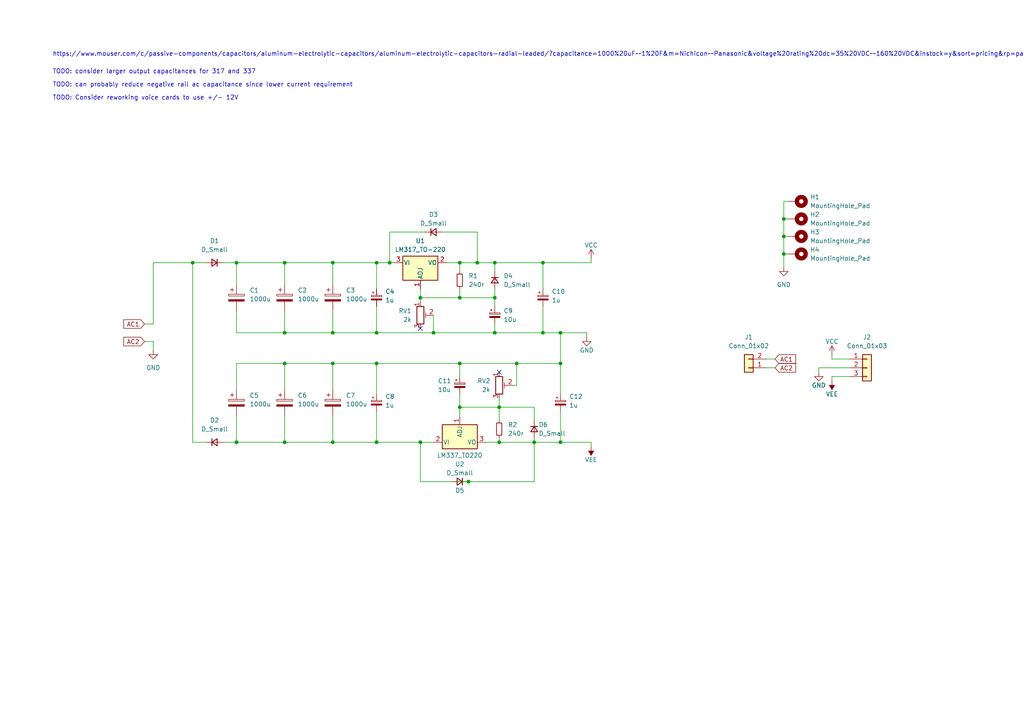
<source format=kicad_sch>
(kicad_sch (version 20211123) (generator eeschema)
  (paper "A4")
  (lib_symbols
    (symbol "Connector_Generic:Conn_01x02" (pin_names (offset 1.016) hide)
      (property "Reference" "J" (at 0 2.54 0))
      (property "Value" "Conn_01x02" (at 0 -5.08 0))
      (symbol "Conn_01x02_1_1"
        (rectangle (start -1.27 -2.413) (end 0 -2.667) (stroke (width 0.1524)))
        (rectangle (start -1.27 0.127) (end 0 -0.127) (stroke (width 0.1524)))
        (rectangle (start -1.27 1.27) (end 1.27 -3.81) (stroke (width 0.254)) (fill (type background)))
        (pin passive line (at -5.08 0 0) (length 3.81) (name "Pin_1") (number "1"))
        (pin passive line (at -5.08 -2.54 0) (length 3.81) (name "Pin_2") (number "2"))
      )
    )
    (symbol "Connector_Generic:Conn_01x03" (pin_names (offset 1.016) hide)
      (property "Reference" "J" (at 0 5.08 0))
      (property "Value" "Conn_01x03" (at 0 -5.08 0))
      (symbol "Conn_01x03_1_1"
        (rectangle (start -1.27 -2.413) (end 0 -2.667) (stroke (width 0.1524)))
        (rectangle (start -1.27 0.127) (end 0 -0.127) (stroke (width 0.1524)))
        (rectangle (start -1.27 2.667) (end 0 2.413) (stroke (width 0.1524)))
        (rectangle (start -1.27 3.81) (end 1.27 -3.81) (stroke (width 0.254)) (fill (type background)))
        (pin passive line (at -5.08 2.54 0) (length 3.81) (name "Pin_1") (number "1"))
        (pin passive line (at -5.08 0 0) (length 3.81) (name "Pin_2") (number "2"))
        (pin passive line (at -5.08 -2.54 0) (length 3.81) (name "Pin_3") (number "3"))
      )
    )
    (symbol "Device:C_Polarized" (pin_numbers hide) (pin_names (offset 0.254))
      (property "Reference" "C" (at 0.635 2.54 0))
      (property "Value" "C_Polarized" (at 0.635 -2.54 0))
      (symbol "C_Polarized_0_1"
        (rectangle (start -2.286 0.508) (end 2.286 1.016))
        (polyline (pts (xy -1.778 2.286) (xy -0.762 2.286)))
        (polyline (pts (xy -1.27 2.794) (xy -1.27 1.778)))
        (rectangle (start 2.286 -0.508) (end -2.286 -1.016) (fill (type outline)))
      )
      (symbol "C_Polarized_1_1"
        (pin passive line (at 0 3.81 270) (length 2.794) (name "~") (number "1"))
        (pin passive line (at 0 -3.81 90) (length 2.794) (name "~") (number "2"))
      )
    )
    (symbol "Device:C_Polarized_Small" (pin_numbers hide) (pin_names (offset 0.254) hide)
      (property "Reference" "C" (at 0.254 1.778 0))
      (property "Value" "C_Polarized_Small" (at 0.254 -2.032 0))
      (symbol "C_Polarized_Small_0_1"
        (rectangle (start -1.524 -0.3048) (end 1.524 -0.6858) (fill (type outline)))
        (rectangle (start -1.524 0.6858) (end 1.524 0.3048))
        (polyline (pts (xy -1.27 1.524) (xy -0.762 1.524)))
        (polyline (pts (xy -1.016 1.27) (xy -1.016 1.778)))
      )
      (symbol "C_Polarized_Small_1_1"
        (pin passive line (at 0 2.54 270) (length 1.8542) (name "~") (number "1"))
        (pin passive line (at 0 -2.54 90) (length 1.8542) (name "~") (number "2"))
      )
    )
    (symbol "Device:D_Small" (pin_numbers hide) (pin_names (offset 0.254) hide)
      (property "Reference" "D" (at -1.27 2.032 0))
      (property "Value" "D_Small" (at -3.81 -2.032 0))
      (symbol "D_Small_0_1"
        (polyline (pts (xy -0.762 -1.016) (xy -0.762 1.016)) (stroke (width 0.254)))
        (polyline (pts (xy -0.762 0) (xy 0.762 0)))
        (polyline (pts (xy 0.762 -1.016) (xy -0.762 0) (xy 0.762 1.016) (xy 0.762 -1.016)) (stroke (width 0.254)))
      )
      (symbol "D_Small_1_1"
        (pin passive line (at -2.54 0 0) (length 1.778) (name "K") (number "1"))
        (pin passive line (at 2.54 0 180) (length 1.778) (name "A") (number "2"))
      )
    )
    (symbol "Device:R_Potentiometer_Trim" (pin_names (offset 1.016) hide)
      (property "Reference" "RV" (at -4.445 0 90))
      (property "Value" "R_Potentiometer_Trim" (at -2.54 0 90))
      (symbol "R_Potentiometer_Trim_0_1"
        (polyline (pts (xy 1.524 0.762) (xy 1.524 -0.762)))
        (polyline (pts (xy 2.54 0) (xy 1.524 0)))
        (rectangle (start 1.016 2.54) (end -1.016 -2.54) (stroke (width 0.254)))
      )
      (symbol "R_Potentiometer_Trim_1_1"
        (pin passive line (at 0 3.81 270) (length 1.27) (name "1") (number "1"))
        (pin passive line (at 3.81 0 180) (length 1.27) (name "2") (number "2"))
        (pin passive line (at 0 -3.81 90) (length 1.27) (name "3") (number "3"))
      )
    )
    (symbol "Device:R_Small" (pin_numbers hide) (pin_names (offset 0.254) hide)
      (property "Reference" "R" (at 0.762 0.508 0))
      (property "Value" "R_Small" (at 0.762 -1.016 0))
      (symbol "R_Small_0_1"
        (rectangle (start -0.762 1.778) (end 0.762 -1.778) (stroke (width 0.2032)))
      )
      (symbol "R_Small_1_1"
        (pin passive line (at 0 2.54 270) (length 0.762) (name "~") (number "1"))
        (pin passive line (at 0 -2.54 90) (length 0.762) (name "~") (number "2"))
      )
    )
    (symbol "GND_1" (power) (pin_names (offset 0))
      (property "Value" "GND_1" (at 0 -3.81 0))
      (symbol "GND_1_0_1"
        (polyline (pts (xy 0 0) (xy 0 -1.27) (xy 1.27 -1.27) (xy 0 -2.54) (xy -1.27 -1.27) (xy 0 -1.27)))
      )
      (symbol "GND_1_1_1"
        (pin power_in line (at 0 0 270) (length 0) hide (name "GND") (number "1"))
      )
    )
    (symbol "GND_2" (power) (pin_names (offset 0))
      (property "Value" "GND_2" (at 0 -3.81 0))
      (symbol "GND_2_0_1"
        (polyline (pts (xy 0 0) (xy 0 -1.27) (xy 1.27 -1.27) (xy 0 -2.54) (xy -1.27 -1.27) (xy 0 -1.27)))
      )
      (symbol "GND_2_1_1"
        (pin power_in line (at 0 0 270) (length 0) hide (name "GND") (number "1"))
      )
    )
    (symbol "Mechanical:MountingHole_Pad" (pin_numbers hide) (pin_names (offset 1.016) hide)
      (property "Reference" "H" (at 0 6.35 0))
      (property "Value" "MountingHole_Pad" (at 0 4.445 0))
      (symbol "MountingHole_Pad_0_1"
        (circle (center 0 1.27) (radius 1.27) (stroke (width 1.27)))
      )
      (symbol "MountingHole_Pad_1_1"
        (pin input line (at 0 -2.54 90) (length 2.54) (name "1") (number "1"))
      )
    )
    (symbol "Regulator_Linear:LM317_TO-220" (pin_names (offset 0.254))
      (property "Reference" "U" (at -3.81 3.175 0))
      (property "Value" "LM317_TO-220" (at 0 3.175 0))
      (symbol "LM317_TO-220_0_1"
        (rectangle (start -5.08 1.905) (end 5.08 -5.08) (stroke (width 0.254)) (fill (type background)))
      )
      (symbol "LM317_TO-220_1_1"
        (pin input line (at 0 -7.62 90) (length 2.54) (name "ADJ") (number "1"))
        (pin power_out line (at 7.62 0 180) (length 2.54) (name "VO") (number "2"))
        (pin power_in line (at -7.62 0 0) (length 2.54) (name "VI") (number "3"))
      )
    )
    (symbol "Regulator_Linear:LM337_TO220" (pin_names (offset 0.254))
      (property "Reference" "U" (at -3.81 -3.175 0))
      (property "Value" "LM337_TO220" (at 0 -3.175 0))
      (symbol "LM337_TO220_0_1"
        (rectangle (start -5.08 5.08) (end 5.08 -1.905) (stroke (width 0.254)) (fill (type background)))
      )
      (symbol "LM337_TO220_1_1"
        (pin input line (at 0 7.62 270) (length 2.54) (name "ADJ") (number "1"))
        (pin power_in line (at -7.62 0 0) (length 2.54) (name "VI") (number "2"))
        (pin power_out line (at 7.62 0 180) (length 2.54) (name "VO") (number "3"))
      )
    )
    (symbol "VCC_1" (power) (pin_names (offset 0))
      (property "Value" "VCC_1" (at 0 3.81 0))
      (symbol "VCC_1_0_1"
        (polyline (pts (xy -0.762 1.27) (xy 0 2.54)))
        (polyline (pts (xy 0 0) (xy 0 2.54)))
        (polyline (pts (xy 0 2.54) (xy 0.762 1.27)))
      )
      (symbol "VCC_1_1_1"
        (pin power_in line (at 0 0 90) (length 0) hide (name "VCC") (number "1"))
      )
    )
    (symbol "VEE_1" (power) (pin_names (offset 0))
      (property "Value" "VEE_1" (at 0 3.81 0))
      (symbol "VEE_1_0_1"
        (polyline (pts (xy 0 0) (xy 0 2.54)))
        (polyline (pts (xy 0.762 1.27) (xy -0.762 1.27) (xy 0 2.54) (xy 0.762 1.27)) (fill (type outline)))
      )
      (symbol "VEE_1_1_1"
        (pin power_in line (at 0 0 90) (length 0) hide (name "VEE") (number "1"))
      )
    )
    (symbol "power:GND" (power) (pin_names (offset 0))
      (property "Value" "GND" (at 0 -3.81 0))
      (symbol "GND_0_1"
        (polyline (pts (xy 0 0) (xy 0 -1.27) (xy 1.27 -1.27) (xy 0 -2.54) (xy -1.27 -1.27) (xy 0 -1.27)))
      )
      (symbol "GND_1_1"
        (pin power_in line (at 0 0 270) (length 0) hide (name "GND") (number "1"))
      )
    )
  )
  (junction (at 162.56 105.41))
  (junction (at 138.43 76.2))
  (junction (at 143.51 86.36))
  (junction (at 227.33 73.66))
  (junction (at 133.35 76.2))
  (junction (at 157.48 96.52))
  (junction (at 144.78 128.27))
  (junction (at 133.35 105.41))
  (junction (at 96.52 76.2))
  (junction (at 133.35 118.11))
  (junction (at 162.56 128.27))
  (junction (at 68.58 76.2))
  (junction (at 133.35 86.36))
  (junction (at 143.51 96.52))
  (junction (at 96.52 96.52))
  (junction (at 125.73 96.52))
  (junction (at 162.56 96.52))
  (junction (at 109.22 76.2))
  (junction (at 82.55 76.2))
  (junction (at 109.22 128.27))
  (junction (at 109.22 105.41))
  (junction (at 121.92 86.36))
  (junction (at 149.86 105.41))
  (junction (at 135.89 139.7))
  (junction (at 82.55 96.52))
  (junction (at 82.55 128.27))
  (junction (at 227.33 63.5))
  (junction (at 96.52 105.41))
  (junction (at 143.51 76.2))
  (junction (at 113.03 76.2))
  (junction (at 154.94 128.27))
  (junction (at 55.88 76.2))
  (junction (at 109.22 96.52))
  (junction (at 227.33 68.58))
  (junction (at 144.78 118.11))
  (junction (at 68.58 128.27))
  (junction (at 157.48 76.2))
  (junction (at 121.92 128.27))
  (junction (at 82.55 105.41))
  (junction (at 96.52 128.27))
  (no_connect (at 144.78 107.95))
  (no_connect (at 121.92 95.25))
  (wire (pts (xy 143.51 76.2) (xy 143.51 78.74)))
  (wire (pts (xy 121.92 128.27) (xy 125.73 128.27)))
  (wire (pts (xy 96.52 76.2) (xy 109.22 76.2)))
  (wire (pts (xy 82.55 105.41) (xy 96.52 105.41)))
  (wire (pts (xy 154.94 128.27) (xy 162.56 128.27)))
  (wire (pts (xy 109.22 128.27) (xy 121.92 128.27)))
  (wire (pts (xy 109.22 105.41) (xy 133.35 105.41)))
  (wire (pts (xy 154.94 118.11) (xy 144.78 118.11)))
  (wire (pts (xy 154.94 139.7) (xy 154.94 128.27)))
  (wire (pts (xy 68.58 76.2) (xy 82.55 76.2)))
  (wire (pts (xy 121.92 128.27) (xy 121.92 139.7)))
  (wire (pts (xy 228.6 58.42) (xy 227.33 58.42)))
  (wire (pts (xy 133.35 109.22) (xy 133.35 105.41)))
  (wire (pts (xy 133.35 86.36) (xy 143.51 86.36)))
  (wire (pts (xy 149.86 105.41) (xy 162.56 105.41)))
  (wire (pts (xy 227.33 63.5) (xy 228.6 63.5)))
  (wire (pts (xy 157.48 96.52) (xy 143.51 96.52)))
  (wire (pts (xy 68.58 120.65) (xy 68.58 128.27)))
  (wire (pts (xy 96.52 120.65) (xy 96.52 128.27)))
  (wire (pts (xy 135.89 139.7) (xy 154.94 139.7)))
  (wire (pts (xy 121.92 86.36) (xy 121.92 87.63)))
  (wire (pts (xy 123.19 67.31) (xy 113.03 67.31)))
  (wire (pts (xy 96.52 96.52) (xy 109.22 96.52)))
  (wire (pts (xy 82.55 128.27) (xy 96.52 128.27)))
  (wire (pts (xy 82.55 90.17) (xy 82.55 96.52)))
  (wire (pts (xy 109.22 105.41) (xy 109.22 114.3)))
  (wire (pts (xy 41.91 93.98) (xy 44.45 93.98)))
  (wire (pts (xy 109.22 76.2) (xy 113.03 76.2)))
  (wire (pts (xy 125.73 96.52) (xy 143.51 96.52)))
  (wire (pts (xy 121.92 139.7) (xy 130.81 139.7)))
  (wire (pts (xy 68.58 82.55) (xy 68.58 76.2)))
  (wire (pts (xy 109.22 76.2) (xy 109.22 83.82)))
  (wire (pts (xy 227.33 68.58) (xy 227.33 73.66)))
  (wire (pts (xy 162.56 105.41) (xy 162.56 114.3)))
  (wire (pts (xy 227.33 68.58) (xy 228.6 68.58)))
  (wire (pts (xy 68.58 96.52) (xy 82.55 96.52)))
  (wire (pts (xy 113.03 67.31) (xy 113.03 76.2)))
  (wire (pts (xy 55.88 128.27) (xy 59.69 128.27)))
  (wire (pts (xy 144.78 118.11) (xy 144.78 121.92)))
  (wire (pts (xy 143.51 76.2) (xy 157.48 76.2)))
  (wire (pts (xy 96.52 76.2) (xy 96.52 82.55)))
  (wire (pts (xy 241.3 104.14) (xy 241.3 102.87)))
  (wire (pts (xy 55.88 76.2) (xy 55.88 128.27)))
  (wire (pts (xy 157.48 96.52) (xy 162.56 96.52)))
  (wire (pts (xy 171.45 76.2) (xy 157.48 76.2)))
  (wire (pts (xy 68.58 105.41) (xy 82.55 105.41)))
  (wire (pts (xy 68.58 113.03) (xy 68.58 105.41)))
  (wire (pts (xy 246.38 104.14) (xy 241.3 104.14)))
  (wire (pts (xy 157.48 88.9) (xy 157.48 96.52)))
  (wire (pts (xy 144.78 127) (xy 144.78 128.27)))
  (wire (pts (xy 109.22 88.9) (xy 109.22 96.52)))
  (wire (pts (xy 82.55 96.52) (xy 96.52 96.52)))
  (wire (pts (xy 44.45 76.2) (xy 55.88 76.2)))
  (wire (pts (xy 149.86 111.76) (xy 149.86 105.41)))
  (wire (pts (xy 144.78 118.11) (xy 133.35 118.11)))
  (wire (pts (xy 121.92 83.82) (xy 121.92 86.36)))
  (wire (pts (xy 82.55 82.55) (xy 82.55 76.2)))
  (wire (pts (xy 68.58 128.27) (xy 82.55 128.27)))
  (wire (pts (xy 222.25 104.14) (xy 224.79 104.14)))
  (wire (pts (xy 64.77 76.2) (xy 68.58 76.2)))
  (wire (pts (xy 246.38 109.22) (xy 241.3 109.22)))
  (wire (pts (xy 227.33 63.5) (xy 227.33 68.58)))
  (wire (pts (xy 154.94 128.27) (xy 154.94 127)))
  (wire (pts (xy 143.51 86.36) (xy 143.51 83.82)))
  (wire (pts (xy 227.33 73.66) (xy 227.33 77.47)))
  (wire (pts (xy 237.49 106.68) (xy 246.38 106.68)))
  (wire (pts (xy 162.56 128.27) (xy 162.56 119.38)))
  (wire (pts (xy 157.48 76.2) (xy 157.48 83.82)))
  (wire (pts (xy 237.49 107.95) (xy 237.49 106.68)))
  (wire (pts (xy 140.97 128.27) (xy 144.78 128.27)))
  (wire (pts (xy 109.22 96.52) (xy 125.73 96.52)))
  (wire (pts (xy 138.43 67.31) (xy 138.43 76.2)))
  (wire (pts (xy 133.35 105.41) (xy 149.86 105.41)))
  (wire (pts (xy 96.52 105.41) (xy 109.22 105.41)))
  (wire (pts (xy 241.3 109.22) (xy 241.3 110.49)))
  (wire (pts (xy 96.52 128.27) (xy 109.22 128.27)))
  (wire (pts (xy 171.45 128.27) (xy 171.45 129.54)))
  (wire (pts (xy 154.94 121.92) (xy 154.94 118.11)))
  (wire (pts (xy 170.18 96.52) (xy 170.18 97.79)))
  (wire (pts (xy 144.78 128.27) (xy 154.94 128.27)))
  (wire (pts (xy 128.27 67.31) (xy 138.43 67.31)))
  (wire (pts (xy 227.33 58.42) (xy 227.33 63.5)))
  (wire (pts (xy 132.08 139.7) (xy 135.89 139.7)))
  (wire (pts (xy 109.22 128.27) (xy 109.22 119.38)))
  (wire (pts (xy 143.51 96.52) (xy 143.51 93.98)))
  (wire (pts (xy 133.35 118.11) (xy 133.35 114.3)))
  (wire (pts (xy 133.35 118.11) (xy 133.35 120.65)))
  (wire (pts (xy 64.77 128.27) (xy 68.58 128.27)))
  (wire (pts (xy 227.33 73.66) (xy 228.6 73.66)))
  (wire (pts (xy 125.73 91.44) (xy 125.73 96.52)))
  (wire (pts (xy 55.88 76.2) (xy 59.69 76.2)))
  (wire (pts (xy 82.55 120.65) (xy 82.55 128.27)))
  (wire (pts (xy 96.52 105.41) (xy 96.52 113.03)))
  (wire (pts (xy 138.43 76.2) (xy 133.35 76.2)))
  (wire (pts (xy 162.56 128.27) (xy 171.45 128.27)))
  (wire (pts (xy 133.35 76.2) (xy 133.35 78.74)))
  (wire (pts (xy 113.03 76.2) (xy 114.3 76.2)))
  (wire (pts (xy 82.55 76.2) (xy 96.52 76.2)))
  (wire (pts (xy 44.45 101.6) (xy 44.45 99.06)))
  (wire (pts (xy 44.45 99.06) (xy 41.91 99.06)))
  (wire (pts (xy 68.58 90.17) (xy 68.58 96.52)))
  (wire (pts (xy 133.35 83.82) (xy 133.35 86.36)))
  (wire (pts (xy 82.55 105.41) (xy 82.55 113.03)))
  (wire (pts (xy 96.52 90.17) (xy 96.52 96.52)))
  (wire (pts (xy 162.56 96.52) (xy 162.56 105.41)))
  (wire (pts (xy 129.54 76.2) (xy 133.35 76.2)))
  (wire (pts (xy 222.25 106.68) (xy 224.79 106.68)))
  (wire (pts (xy 44.45 76.2) (xy 44.45 93.98)))
  (wire (pts (xy 162.56 96.52) (xy 170.18 96.52)))
  (wire (pts (xy 171.45 74.93) (xy 171.45 76.2)))
  (wire (pts (xy 138.43 76.2) (xy 143.51 76.2)))
  (wire (pts (xy 144.78 115.57) (xy 144.78 118.11)))
  (wire (pts (xy 121.92 86.36) (xy 133.35 86.36)))
  (wire (pts (xy 143.51 86.36) (xy 143.51 88.9)))
  (wire (pts (xy 148.59 111.76) (xy 149.86 111.76)))
  (text "TODO: consider larger output capacitances for 317 and 337" (at 15.24 21.59 0) (effects (font (size 1.27 1.27)) (justify left bottom)))
  (text "https://www.mouser.com/c/passive-components/capacitors/aluminum-electrolytic-capacitors/aluminum-electrolytic-capacitors-radial-leaded/?capacitance=1000%20uF~~1%20F&m=Nichicon~~Panasonic&voltage%20rating%20dc=35%20VDC~~160%20VDC&instock=y&sort=pricing&rp=passive-components%2Fcapacitors%2Faluminum-electrolytic-capacitors%2Faluminum-electrolytic-capacitors-radial-leaded%7C~Capacitance%7C~Manufacturer%7C~Voltage%20Rating%20DC" (at 15.24 16.51 0) (effects (font (size 1.27 1.27)) (justify left bottom)))
  (text "TODO: can probably reduce negative rail ac capacitance since lower current requirement" (at 15.24 25.4 0) (effects (font (size 1.27 1.27)) (justify left bottom)))
  (text "TODO: Consider reworking voice cards to use +/- 12V" (at 15.24 29.21 0) (effects (font (size 1.27 1.27)) (justify left bottom)))
  (global_label "AC2" (shape input) (at 224.79 106.68 0) (property "Intersheet References" "${INTERSHEET_REFS}" (effects hide)))
  (global_label "AC2" (shape input) (at 41.91 99.06 180) (property "Intersheet References" "${INTERSHEET_REFS}" (effects hide)))
  (global_label "AC1" (shape input) (at 224.79 104.14 0) (property "Intersheet References" "${INTERSHEET_REFS}" (effects hide)))
  (global_label "AC1" (shape input) (at 41.91 93.98 180) (property "Intersheet References" "${INTERSHEET_REFS}" (effects hide)))
  (symbol (lib_id "Mechanical:MountingHole_Pad") (at 231.14 68.58 270) (unit 1)
    (property "Reference" "H3" (at 234.95 67.3099 90) (effects (justify left)))
    (property "Value" "MountingHole_Pad" (at 234.95 69.8499 90) (effects (justify left)))
    (property "Footprint" "MountingHole:MountingHole_3.2mm_M3_DIN965_Pad" (effects hide))
  )
  (symbol (lib_id "Device:C_Polarized_Small") (at 109.22 86.36 0) (unit 1)
    (property "Reference" "C4" (at 111.76 84.5438 0) (effects (justify left)))
    (property "Value" "1u" (at 111.76 87.0838 0) (effects (justify left)))
    (property "Footprint" "Capacitor_THT:C_Rect_L4.6mm_W2.0mm_P2.50mm_MKS02_FKP02" (effects hide))
  )
  (symbol (lib_id "Device:C_Polarized_Small") (at 133.35 111.76 0) (unit 1)
    (property "Reference" "C11" (at 127 110.49 0) (effects (justify left)))
    (property "Value" "10u" (at 127 113.03 0) (effects (justify left)))
    (property "Footprint" "Capacitor_THT:CP_Radial_D6.3mm_P2.50mm" (effects hide))
  )
  (symbol (lib_id "power:GND") (at 237.49 107.95 0) (unit 1)
    (property "Reference" "#PWR05" (effects hide))
    (property "Value" "GND" (at 237.49 111.76 0))
  )
  (symbol (lib_id "Device:D_Small") (at 125.73 67.31 0) (unit 1)
    (property "Reference" "D3" (at 125.73 62.23 0))
    (property "Value" "D_Small" (at 125.73 64.77 0))
    (property "Footprint" "Diode_THT:D_DO-41_SOD81_P7.62mm_Horizontal" (effects hide))
  )
  (symbol (lib_name "GND_1") (lib_id "power:GND") (at 44.45 101.6 0) (unit 1)
    (property "Reference" "#PWR01" (effects hide))
    (property "Value" "GND" (at 44.45 106.68 0))
  )
  (symbol (lib_id "Device:R_Potentiometer_Trim") (at 144.78 111.76 0) (unit 1)
    (property "Reference" "RV2" (at 142.24 110.49 0) (effects (justify right)))
    (property "Value" "2k" (at 142.24 113.03 0) (effects (justify right)))
    (property "Footprint" "Potentiometer_THT:Potentiometer_Runtron_RM-065_Vertical" (effects hide))
  )
  (symbol (lib_id "Device:C_Polarized") (at 68.58 116.84 0) (unit 1)
    (property "Reference" "C5" (at 72.39 114.6809 0) (effects (justify left)))
    (property "Value" "1000u" (at 72.39 117.2209 0) (effects (justify left)))
    (property "Footprint" "Capacitor_THT:CP_Radial_D16.0mm_P7.50mm" (effects hide))
  )
  (symbol (lib_name "VEE_1") (lib_id "power:VEE") (at 171.45 129.54 180) (unit 1)
    (property "Reference" "#PWR04" (effects hide))
    (property "Value" "VEE" (at 171.45 133.35 0))
  )
  (symbol (lib_id "Device:C_Polarized_Small") (at 143.51 91.44 0) (unit 1)
    (property "Reference" "C9" (at 146.05 90.17 0) (effects (justify left)))
    (property "Value" "10u" (at 146.05 92.71 0) (effects (justify left)))
    (property "Footprint" "Capacitor_THT:CP_Radial_D6.3mm_P2.50mm" (effects hide))
  )
  (symbol (lib_id "Device:C_Polarized") (at 82.55 86.36 0) (unit 1)
    (property "Reference" "C2" (at 86.36 84.2009 0) (effects (justify left)))
    (property "Value" "1000u" (at 86.36 86.7409 0) (effects (justify left)))
    (property "Footprint" "Capacitor_THT:CP_Radial_D16.0mm_P7.50mm" (effects hide))
  )
  (symbol (lib_id "Mechanical:MountingHole_Pad") (at 231.14 63.5 270) (unit 1)
    (property "Reference" "H2" (at 234.95 62.2299 90) (effects (justify left)))
    (property "Value" "MountingHole_Pad" (at 234.95 64.7699 90) (effects (justify left)))
    (property "Footprint" "MountingHole:MountingHole_3.2mm_M3_DIN965_Pad" (effects hide))
  )
  (symbol (lib_name "VEE_1") (lib_id "power:VEE") (at 241.3 110.49 180) (unit 1)
    (property "Reference" "#PWR07" (effects hide))
    (property "Value" "VEE" (at 241.3 114.3 0))
  )
  (symbol (lib_id "Regulator_Linear:LM337_TO220") (at 133.35 128.27 0) (unit 1)
    (property "Reference" "U2" (at 133.35 134.62 0))
    (property "Value" "LM337_TO220" (at 133.35 132.08 0))
    (property "Footprint" "Package_TO_SOT_THT:TO-220-3_Vertical" (effects hide))
    (property "Datasheet" "http://www.ti.com/lit/ds/symlink/lm337-n.pdf" (effects hide))
  )
  (symbol (lib_id "Connector_Generic:Conn_01x02") (at 217.17 106.68 180) (unit 1)
    (property "Reference" "J1" (at 217.17 97.79 0))
    (property "Value" "Conn_01x02" (at 217.17 100.33 0))
    (property "Footprint" "Connector_PinHeader_2.54mm:PinHeader_1x02_P2.54mm_Vertical" (effects hide))
  )
  (symbol (lib_id "power:GND") (at 227.33 77.47 0) (unit 1)
    (property "Reference" "#PWR08" (effects hide))
    (property "Value" "GND" (at 227.33 82.55 0))
  )
  (symbol (lib_id "Device:C_Polarized_Small") (at 157.48 86.36 0) (unit 1)
    (property "Reference" "C10" (at 160.02 84.5438 0) (effects (justify left)))
    (property "Value" "1u" (at 160.02 87.0838 0) (effects (justify left)))
    (property "Footprint" "Capacitor_THT:C_Rect_L4.6mm_W2.0mm_P2.50mm_MKS02_FKP02" (effects hide))
  )
  (symbol (lib_name "VCC_1") (lib_id "power:VCC") (at 171.45 74.93 0) (unit 1)
    (property "Reference" "#PWR03" (effects hide))
    (property "Value" "VCC" (at 171.45 71.12 0))
  )
  (symbol (lib_id "Device:C_Polarized_Small") (at 162.56 116.84 0) (unit 1)
    (property "Reference" "C12" (at 165.1 115.0238 0) (effects (justify left)))
    (property "Value" "1u" (at 165.1 117.5638 0) (effects (justify left)))
    (property "Footprint" "Capacitor_THT:C_Rect_L4.6mm_W2.0mm_P2.50mm_MKS02_FKP02" (effects hide))
  )
  (symbol (lib_id "Device:R_Small") (at 133.35 81.28 0) (unit 1)
    (property "Reference" "R1" (at 135.89 80.0099 0) (effects (justify left)))
    (property "Value" "240r" (at 135.89 82.5499 0) (effects (justify left)))
    (property "Footprint" "Resistor_THT:R_Axial_DIN0204_L3.6mm_D1.6mm_P7.62mm_Horizontal" (effects hide))
  )
  (symbol (lib_id "Connector_Generic:Conn_01x03") (at 251.46 106.68 0) (unit 1)
    (property "Reference" "J2" (at 251.46 97.79 0))
    (property "Value" "Conn_01x03" (at 251.46 100.33 0))
    (property "Footprint" "Connector_PinHeader_2.54mm:PinHeader_1x03_P2.54mm_Vertical" (effects hide))
  )
  (symbol (lib_id "Device:D_Small") (at 154.94 124.46 270) (unit 1)
    (property "Reference" "D6" (at 156.21 123.19 90) (effects (justify left)))
    (property "Value" "D_Small" (at 156.21 125.73 90) (effects (justify left)))
    (property "Footprint" "Diode_THT:D_DO-41_SOD81_P7.62mm_Horizontal" (effects hide))
  )
  (symbol (lib_id "Device:R_Potentiometer_Trim") (at 121.92 91.44 0) (unit 1)
    (property "Reference" "RV1" (at 119.38 90.1699 0) (effects (justify right)))
    (property "Value" "2k" (at 119.38 92.7099 0) (effects (justify right)))
    (property "Footprint" "Potentiometer_THT:Potentiometer_Runtron_RM-065_Vertical" (effects hide))
  )
  (symbol (lib_name "GND_2") (lib_id "power:GND") (at 170.18 97.79 0) (unit 1)
    (property "Reference" "#PWR02" (effects hide))
    (property "Value" "GND" (at 170.18 101.6 0))
  )
  (symbol (lib_id "Mechanical:MountingHole_Pad") (at 231.14 58.42 270) (unit 1)
    (property "Reference" "H1" (at 234.95 57.1499 90) (effects (justify left)))
    (property "Value" "MountingHole_Pad" (at 234.95 59.6899 90) (effects (justify left)))
    (property "Footprint" "MountingHole:MountingHole_3.2mm_M3_DIN965_Pad" (effects hide))
  )
  (symbol (lib_id "Mechanical:MountingHole_Pad") (at 231.14 73.66 270) (unit 1)
    (property "Reference" "H4" (at 234.95 72.3899 90) (effects (justify left)))
    (property "Value" "MountingHole_Pad" (at 234.95 74.9299 90) (effects (justify left)))
    (property "Footprint" "MountingHole:MountingHole_3.2mm_M3_DIN965_Pad" (effects hide))
  )
  (symbol (lib_id "Device:R_Small") (at 144.78 124.46 0) (unit 1)
    (property "Reference" "R2" (at 147.32 123.1899 0) (effects (justify left)))
    (property "Value" "240r" (at 147.32 125.7299 0) (effects (justify left)))
    (property "Footprint" "Resistor_THT:R_Axial_DIN0204_L3.6mm_D1.6mm_P7.62mm_Horizontal" (effects hide))
  )
  (symbol (lib_id "Device:C_Polarized") (at 96.52 86.36 0) (unit 1)
    (property "Reference" "C3" (at 100.33 84.2009 0) (effects (justify left)))
    (property "Value" "1000u" (at 100.33 86.7409 0) (effects (justify left)))
    (property "Footprint" "Capacitor_THT:CP_Radial_D16.0mm_P7.50mm" (effects hide))
  )
  (symbol (lib_id "Device:D_Small") (at 133.35 139.7 180) (unit 1)
    (property "Reference" "D5" (at 133.35 142.24 0))
    (property "Value" "D_Small" (at 133.35 137.16 0))
    (property "Footprint" "Diode_THT:D_DO-41_SOD81_P7.62mm_Horizontal" (effects hide))
  )
  (symbol (lib_id "Device:C_Polarized") (at 96.52 116.84 0) (unit 1)
    (property "Reference" "C7" (at 100.33 114.6809 0) (effects (justify left)))
    (property "Value" "1000u" (at 100.33 117.2209 0) (effects (justify left)))
    (property "Footprint" "Capacitor_THT:CP_Radial_D16.0mm_P7.50mm" (effects hide))
  )
  (symbol (lib_id "Device:C_Polarized") (at 68.58 86.36 0) (unit 1)
    (property "Reference" "C1" (at 72.39 84.2009 0) (effects (justify left)))
    (property "Value" "1000u" (at 72.39 86.7409 0) (effects (justify left)))
    (property "Footprint" "Capacitor_THT:CP_Radial_D16.0mm_P7.50mm" (effects hide))
  )
  (symbol (lib_id "Device:C_Polarized") (at 82.55 116.84 0) (unit 1)
    (property "Reference" "C6" (at 86.36 114.6809 0) (effects (justify left)))
    (property "Value" "1000u" (at 86.36 117.2209 0) (effects (justify left)))
    (property "Footprint" "Capacitor_THT:CP_Radial_D16.0mm_P7.50mm" (effects hide))
  )
  (symbol (lib_id "Regulator_Linear:LM317_TO-220") (at 121.92 76.2 0) (unit 1)
    (property "Reference" "U1" (at 121.92 69.85 0))
    (property "Value" "LM317_TO-220" (at 121.92 72.39 0))
    (property "Footprint" "Package_TO_SOT_THT:TO-220-3_Vertical" (effects hide))
    (property "Datasheet" "http://www.ti.com/lit/ds/symlink/lm317.pdf" (effects hide))
  )
  (symbol (lib_id "Device:D_Small") (at 62.23 128.27 0) (unit 1)
    (property "Reference" "D2" (at 62.23 121.92 0))
    (property "Value" "D_Small" (at 62.23 124.46 0))
    (property "Footprint" "Diode_THT:D_DO-41_SOD81_P7.62mm_Horizontal" (effects hide))
  )
  (symbol (lib_id "Device:D_Small") (at 62.23 76.2 180) (unit 1)
    (property "Reference" "D1" (at 62.23 69.85 0))
    (property "Value" "D_Small" (at 62.23 72.39 0))
    (property "Footprint" "Diode_THT:D_DO-41_SOD81_P7.62mm_Horizontal" (effects hide))
  )
  (symbol (lib_name "VCC_1") (lib_id "power:VCC") (at 241.3 102.87 0) (unit 1)
    (property "Reference" "#PWR06" (effects hide))
    (property "Value" "VCC" (at 241.3 99.06 0))
  )
  (symbol (lib_id "Device:C_Polarized_Small") (at 109.22 116.84 0) (unit 1)
    (property "Reference" "C8" (at 111.76 115.0238 0) (effects (justify left)))
    (property "Value" "1u" (at 111.76 117.5638 0) (effects (justify left)))
    (property "Footprint" "Capacitor_THT:C_Rect_L4.6mm_W2.0mm_P2.50mm_MKS02_FKP02" (effects hide))
  )
  (symbol (lib_id "Device:D_Small") (at 143.51 81.28 270) (unit 1)
    (property "Reference" "D4" (at 146.05 80.0099 90) (effects (justify left)))
    (property "Value" "D_Small" (at 146.05 82.5499 90) (effects (justify left)))
    (property "Footprint" "Diode_THT:D_DO-41_SOD81_P7.62mm_Horizontal" (effects hide))
  )
)
</source>
